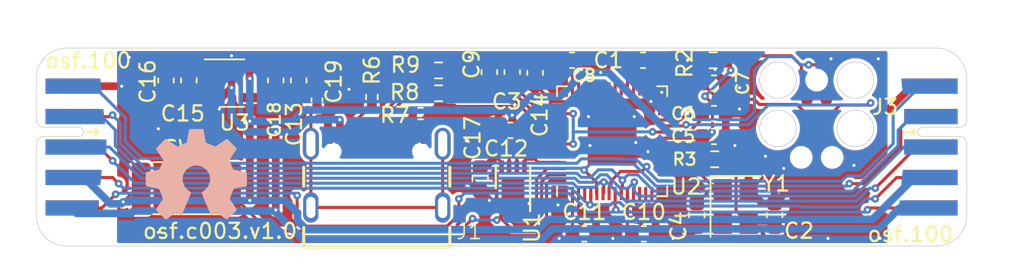
<source format=kicad_pcb>
(kicad_pcb (version 20221018) (generator pcbnew)
  (layers (0 "F.Cu" signal) (31 "B.Cu" signal) (34 "B.Paste" user) (35 "F.Paste" user) (36 "B.SilkS" user "B.Silkscreen") (37 "F.SilkS" user "F.Silkscreen") (38 "B.Mask" user) (39 "F.Mask" user) (44 "Edge.Cuts" user))
  (net 0 "")
  (net 1 "+3V3")
  (net 2 "GND")
  (net 3 "Net-(C2-Pad1)")
  (net 4 "Net-(U2-VREG_VOUT)")
  (net 5 "Net-(U2-XIN)")
  (net 6 "/rp2040/RUN")
  (net 7 "Net-(C19-Pad1)")
  (net 8 "Net-(J1-CC1)")
  (net 9 "/rp2040/DP")
  (net 10 "/rp2040/DM")
  (net 12 "Net-(J1-CC2)")
  (net 14 "/rp2040/QPI_SS")
  (net 15 "Net-(U2-XOUT)")
  (net 16 "Net-(U1-DO(IO1))")
  (net 17 "Net-(U1-IO2)")
  (net 18 "Net-(U1-DI(IO0))")
  (net 19 "/rp2040/QSPI_CLK")
  (net 20 "Net-(U1-IO3)")
  (net 21 "/rp2040/ADC3")
  (net 22 "/rp2040/ADC2")
  (net 23 "/rp2040/ADC1")
  (net 24 "/rp2040/ADC0")
  (net 25 "/rp2040/GPIO25")
  (net 26 "/rp2040/GPIO24")
  (net 27 "/rp2040/GPIO23")
  (net 28 "/rp2040/GPIO22")
  (net 29 "/rp2040/I2C0_SCL")
  (net 30 "/rp2040/I2C0_SDA")
  (net 31 "/rp2040/I2C1_SCL")
  (net 32 "/rp2040/I2C1_SDA")
  (net 33 "/rp2040/GPIO17")
  (net 34 "/rp2040/GPIO16")
  (net 35 "/rp2040/SWD")
  (net 36 "/rp2040/SWCLK")
  (net 37 "/rp2040/GPIO15")
  (net 38 "/rp2040/GPIO14")
  (net 39 "/rp2040/~{SPI1_CS}")
  (net 40 "/rp2040/SPI1_RX")
  (net 41 "/rp2040/SPI1_TX")
  (net 42 "/rp2040/SPI1_SCK")
  (net 43 "/rp2040/UART1_RX")
  (net 44 "/rp2040/UART1_TX")
  (net 45 "/rp2040/GPIO7")
  (net 46 "/rp2040/GPIO6")
  (net 47 "/rp2040/~{SPI0_CS}")
  (net 48 "/rp2040/SPI0_RX")
  (net 49 "/rp2040/SPI0_TX")
  (net 50 "/rp2040/SPI0_SCK")
  (net 51 "/rp2040/UART0_RX")
  (net 52 "/rp2040/UART0_TX")
  (net 54 "+5V")
  (net 55 "/usb-c/DP")
  (net 56 "/usb-c/DM")
  (footprint "Capacitor_SMD:C_0402_1005Metric" (layer "F.Cu") (at 158.4 93.4 90)
    (fp_text reference "C19")
    (fp_text value "100pF")
  )
  (footprint "Resistor_SMD:R_0603_1608Metric" (layer "F.Cu") (at 166.375 92.965)
    (fp_text reference "R8")
    (fp_text value "27R")
  )
  (footprint "Capacitor_SMD:C_0603_1608Metric" (layer "F.Cu") (at 148.5 92.125 -90)
    (fp_text reference "C16")
    (fp_text value "1uF")
  )
  (footprint "Capacitor_SMD:C_0603_1608Metric" (layer "F.Cu") (at 175.125 90.8 180)
    (fp_text reference "C8")
    (fp_text value "100nF")
  )
  (footprint "Resistor_SMD:R_0603_1608Metric" (layer "F.Cu") (at 184.475 97.3 180)
    (fp_text reference "R3")
    (fp_text value "1k")
  )
  (footprint "Capacitor_SMD:C_0603_1608Metric" (layer "F.Cu") (at 169.7 91.575 90)
    (fp_text reference "C9")
    (fp_text value "2.2uF")
  )
  (footprint "Resistor_SMD:R_0402_1005Metric" (layer "F.Cu") (at 162 93.21 90)
    (fp_text reference "R6")
    (fp_text value "5.1k")
  )
  (footprint "b051:GCT_USB4105-GF-A" (layer "F.Cu") (at 162.32 100.465)
    (fp_text reference "J1")
    (fp_text value "USB4105-GF-A")
  )
  (footprint "Capacitor_SMD:C_0603_1608Metric" (layer "F.Cu") (at 150 92.125 -90)
    (fp_text reference "C15")
    (fp_text value "100nF")
  )
  (footprint "Package_DFN_QFN:QFN-56-1EP_7x7mm_P0.4mm_EP3.2x3.2mm" (layer "F.Cu") (at 177.75 96.115 90)
    (fp_text reference "U2")
    (fp_text value "RP2040")
  )
  (footprint "Resistor_SMD:R_0402_1005Metric" (layer "F.Cu") (at 165.19 94.3)
    (fp_text reference "R7")
    (fp_text value "5.1k")
  )
  (footprint "Package_DFN_QFN:DFN-8-1EP_3x2mm_P0.5mm_EP1.3x1.5mm" (layer "F.Cu") (at 171.25 99.2 90)
    (fp_text reference "U1")
    (fp_text value "W25Q16JVUXIQ")
  )
  (footprint "Capacitor_SMD:C_0603_1608Metric" (layer "F.Cu") (at 169.1 98.6 -90)
    (fp_text reference "C17")
    (fp_text value "10uF")
  )
  (footprint "Resistor_SMD:R_2512_6332Metric" (layer "F.Cu") (at 149.8375 99.2)
    (fp_text reference "SW1")
    (fp_text value "PTS636 SK25J SMTR LFS")
  )
  (footprint "Capacitor_SMD:C_0603_1608Metric" (layer "F.Cu") (at 175.925 102.2)
    (fp_text reference "C11")
    (fp_text value "100nF")
  )
  (footprint "Capacitor_SMD:C_0603_1608Metric" (layer "F.Cu") (at 155.7 92.125 -90)
    (fp_text reference "C18")
    (fp_text value "1uF")
  )
  (footprint "Resistor_SMD:R_0603_1608Metric" (layer "F.Cu") (at 184.375 90.8 180)
    (fp_text reference "R2")
    (fp_text value "10k")
  )
  (footprint "Capacitor_SMD:C_0603_1608Metric" (layer "F.Cu") (at 184.425 94.3)
    (fp_text reference "C6")
    (fp_text value "100nF")
  )
  (footprint "Capacitor_SMD:C_0603_1608Metric" (layer "F.Cu") (at 179.825 102.2)
    (fp_text reference "C10")
    (fp_text value "100nF")
  )
  (footprint "Package_TO_SOT_SMD:SOT-23-5" (layer "F.Cu") (at 152.8375 92.3)
    (fp_text reference "U3")
    (fp_text value "TLV743P")
  )
  (footprint "Capacitor_SMD:C_0603_1608Metric" (layer "F.Cu") (at 171.2 91.575 90)
    (fp_text reference "C3")
    (fp_text value "100nF")
  )
  (footprint "on_edge:on_edge_2x05_device" (layer "F.Cu") (at 140 96.5 -90)
    (fp_text reference "J2")
    (fp_text value "100_digital_IO")
    (fp_line (start -4 0) (end -1.8 0) (stroke (width 0.05)) (layer "Edge.Cuts"))
    (fp_line (start -1.3 -2.8) (end -1.3 -0.5) (stroke (width 0.05)) (layer "Edge.Cuts"))
    (fp_line (start -0.7 -0.5) (end -0.7 -2.8) (stroke (width 0.05)) (layer "Edge.Cuts"))
    (fp_line (start -0.2 0) (end 4 0) (stroke (width 0.05)) (layer "Edge.Cuts"))
    (fp_arc (start -1.3 -2.8) (mid -1 -3.1) (end -0.7 -2.8) (stroke (width 0.05)) (layer "Edge.Cuts"))
    (fp_arc (start -1.3 -0.5) (mid -1.446447 -0.146447) (end -1.8 0) (stroke (width 0.05)) (layer "Edge.Cuts"))
    (fp_arc (start -0.2 0) (mid -0.553553 -0.146447) (end -0.7 -0.5) (stroke (width 0.05)) (layer "Edge.Cuts"))
  )
  (footprint "Capacitor_SMD:C_0603_1608Metric" (layer "F.Cu") (at 172.7 91.625 90)
    (fp_text reference "C14")
    (fp_text value "2.2uF")
  )
  (footprint "c003:SWD6pol" (layer "F.Cu") (at 190.525 93.37 -90)
    (fp_text reference "J3")
    (fp_text value "SWD_6_Pol_Needle")
  )
  (footprint "Crystal:Crystal_SMD_Abracon_ABM8G-4Pin_3.2x2.5mm" (layer "F.Cu") (at 185.85 100.4 -90)
    (fp_text reference "Y1")
    (fp_text value "12MhZ")
  )
  (footprint "Capacitor_SMD:C_0603_1608Metric" (layer "F.Cu") (at 184.425 92.3)
    (fp_text reference "C7")
    (fp_text value "1nF")
  )
  (footprint "Capacitor_SMD:C_0603_1608Metric" (layer "F.Cu") (at 183.3 100.975 -90)
    (fp_text reference "C4")
    (fp_text value "12pF")
  )
  (footprint "Capacitor_SMD:C_0603_1608Metric" (layer "F.Cu") (at 188.4 100.975 90)
    (fp_text reference "C2")
    (fp_text value "12pF")
  )
  (footprint "Capacitor_SMD:C_0603_1608Metric" (layer "F.Cu") (at 184.425 95.8)
    (fp_text reference "C5")
    (fp_text value "100nF")
  )
  (footprint "on_edge:on_edge_2x05_host" (layer "F.Cu") (at 200.999862 96.5 -90)
    (fp_text reference "J4")
    (fp_text value "100_digital_IO")
    (fp_line (start -4 0) (end -1.8 0) (stroke (width 0.05)) (layer "Edge.Cuts"))
    (fp_line (start -1.3 0.5) (end -1.3 2.9) (stroke (width 0.05)) (layer "Edge.Cuts"))
    (fp_line (start -0.7 2.9) (end -0.7 0.5) (stroke (width 0.05)) (layer "Edge.Cuts"))
    (fp_line (start -0.2 0) (end 4 0) (stroke (width 0.05)) (layer "Edge.Cuts"))
    (fp_arc (start -1.8 0) (mid -1.446447 0.146447) (end -1.3 0.5) (stroke (width 0.05)) (layer "Edge.Cuts"))
    (fp_arc (start -0.7 0.5) (mid -0.553553 0.146447) (end -0.2 0) (stroke (width 0.05)) (layer "Edge.Cuts"))
    (fp_arc (start -0.7 2.9) (mid -1 3.2) (end -1.3 2.9) (stroke (width 0.05)) (layer "Edge.Cuts"))
  )
  (footprint "Capacitor_SMD:C_0603_1608Metric" (layer "F.Cu") (at 179.775 90.8)
    (fp_text reference "C1")
    (fp_text value "100nF")
  )
  (footprint "Capacitor_SMD:C_0603_1608Metric" (layer "F.Cu") (at 157.2 92.125 -90)
    (fp_text reference "C13")
    (fp_text value "2.2uF")
  )
  (footprint "Resistor_SMD:R_0603_1608Metric" (layer "F.Cu") (at 166.375 91.465)
    (fp_text reference "R9")
    (fp_text value "27R")
  )
  (footprint "Capacitor_SMD:C_0603_1608Metric" (layer "F.Cu") (at 171.075 95.4 180)
    (fp_text reference "C12")
    (fp_text value "100nF")
  )
  (footprint "Symbol:OSHW-Symbol_6.7x6mm_SilkScreen" (layer "B.Cu") (at 150.5 98.3 180)
    (fp_text reference "LOGO1" hide)
    (fp_text value "Logo_Open_Hardware_Small" hide)
  )
  (gr_line (start 142 90) (end 198.999862 90) (stroke (width 0.05)) (layer "Edge.Cuts"))
  (gr_arc (start 200.999862 101) (mid 200.414076 102.414214) (end 198.999862 103) (stroke (width 0.05)) (layer "Edge.Cuts"))
  (gr_line (start 198.999862 103) (end 142 103) (stroke (width 0.05)) (layer "Edge.Cuts"))
  (gr_arc (start 198.999862 90) (mid 200.414076 90.585786) (end 200.999862 92) (stroke (width 0.05)) (layer "Edge.Cuts"))
  (gr_arc (start 142 103) (mid 140.585786 102.414214) (end 140 101) (stroke (width 0.05)) (layer "Edge.Cuts"))
  (gr_line (start 140 101) (end 140 100.5) (stroke (width 0.05)) (layer "Edge.Cuts"))
  (gr_line (start 200.999862 101) (end 200.999862 100.5) (stroke (width 0.05)) (layer "Edge.Cuts"))
  (gr_line (start 200.999862 92.5) (end 200.999862 92) (stroke (width 0.05)) (layer "Edge.Cuts"))
  (gr_arc (start 140 92) (mid 140.585786 90.585786) (end 142 90) (stroke (width 0.05)) (layer "Edge.Cuts"))
  (gr_line (start 140 92) (end 140 92.5) (stroke (width 0.05)) (layer "Edge.Cuts"))
  (gr_text "osf.c003.v1.0" (at 146.9 102.6) (layer "F.SilkS") (effects (font (size 1 1)) (justify left bottom)))
  (gr_text "osf.100" (at 140.5 91.4) (layer "F.SilkS") (effects (font (size 1 1)) (justify left bottom)))
  (gr_text "osf.100" (at 194.4 102.8) (layer "F.SilkS") (effects (font (size 1 1)) (justify left bottom)))
  (segment (start 175.15 91.55) (end 175.9 90.8) (width 0.2) (layer "F.Cu") (net 1))
  (segment (start 171.965 95.515) (end 171.85 95.4) (width 0.2) (layer "F.Cu") (net 1))
  (segment (start 175.9 90.8) (end 176.2 90.8) (width 0.5) (layer "F.Cu") (net 1))
  (segment (start 170.5 97.5) (end 170.125 97.125) (width 0.2) (layer "F.Cu") (net 1))
  (segment (start 185.523886 91.123886) (end 185.2 90.8) (width 0.2) (layer "F.Cu") (net 1))
  (segment (start 170.125 97.125) (end 169.425 97.825) (width 0.5) (layer "F.Cu") (net 1))
  (segment (start 178.75 101.9) (end 179.05 102.2) (width 0.2) (layer "F.Cu") (net 1))
  (segment (start 176.2 90.8) (end 177 91.6) (width 0.5) (layer "F.Cu") (net 1))
  (segment (start 171.85 95.4) (end 170.125 97.125) (width 0.5) (layer "F.Cu") (net 1))
  (segment (start 175.15 99.5525) (end 175.15 102.2) (width 0.2) (layer "F.Cu") (net 1))
  (segment (start 178.75 91.05) (end 179 90.8) (width 0.2) (layer "F.Cu") (net 1))
  (segment (start 184.3 95.508813) (end 184.327 95.481813) (width 0.2) (layer "F.Cu") (net 1))
  (segment (start 189.5 90.5) (end 190.1575 91.1575) (width 0.2) (layer "F.Cu") (net 1))
  (segment (start 184.327 93.650874) (end 183.838063 93.161937) (width 0.2) (layer "F.Cu") (net 1))
  (segment (start 184.008813 95.8) (end 184.3 95.508813) (width 0.5) (layer "F.Cu") (net 1))
  (segment (start 155.7 91.35) (end 157.2 91.35) (width 0.5) (layer "F.Cu") (net 1))
  (segment (start 174.3125 93.915) (end 173.715 93.915) (width 0.2) (layer "F.Cu") (net 1))
  (segment (start 190.1575 91.1575) (end 190.1575 92.7275) (width 0.2) (layer "F.Cu") (net 1))
  (segment (start 171.2 94.4) (end 171.2 94.75) (width 0.5) (layer "F.Cu") (net 1))
  (segment (start 183.65 95.8) (end 184.008813 95.8) (width 0.5) (layer "F.Cu") (net 1))
  (segment (start 178.75 92.6775) (end 178.75 91.05) (width 0.2) (layer "F.Cu") (net 1))
  (segment (start 174.3125 93.515) (end 173.815 93.515) (width 0.2) (layer "F.Cu") (net 1))
  (segment (start 172.7 93.176126) (end 172.711937 93.188063) (width 0.5) (layer "F.Cu") (net 1))
  (segment (start 153.975 91.35) (end 153.975 91.975) (width 0.5) (layer "F.Cu") (net 1))
  (segment (start 185.2 90.8) (end 185.5 90.5) (width 0.2) (layer "F.Cu") (net 1))
  (segment (start 174.3125 95.515) (end 171.965 95.515) (width 0.2) (layer "F.Cu") (net 1))
  (segment (start 173.815 93.515) (end 173.7 93.4) (width 0.2) (layer "F.Cu") (net 1))
  (segment (start 173.7 93.9) (end 173.7 93.4) (width 0.2) (layer "F.Cu") (net 1))
  (segment (start 172.7 92.4) (end 172.7 93.176126) (width 0.5) (layer "F.Cu") (net 1))
  (segment (start 183.535 95.915) (end 183.65 95.8) (width 0.2) (layer "F.Cu") (net 1))
  (segment (start 174.3125 95.915) (end 172.365 95.915) (width 0.2) (layer "F.Cu") (net 1))
  (segment (start 173.715 93.915) (end 173.7 93.9) (width 0.2) (layer "F.Cu") (net 1))
  (segment (start 177 91.6) (end 177.8 90.8) (width 0.5) (layer "F.Cu") (net 1))
  (segment (start 153.975 91.35) (end 155.7 91.35) (width 0.5) (layer "F.Cu") (net 1))
  (segment (start 171.2 94.75) (end 171.85 95.4) (width 0.5) (layer "F.Cu") (net 1))
  (segment (start 170.5 97.75) (end 170.5 97.5) (width 0.2) (layer "F.Cu") (net 1))
  (segment (start 185.523886 91.456684) (end 185.523886 91.123886) (width 0.2) (layer "F.Cu") (net 1))
  (segment (start 184.327 95.481813) (end 184.327 93.650874) (width 0.2) (layer "F.Cu") (net 1))
  (segment (start 154 100.0035) (end 154 94.8) (width 0.5) (layer "F.Cu") (net 1))
  (segment (start 181.1875 95.915) (end 183.535 95.915) (width 0.2) (layer "F.Cu") (net 1))
  (segment (start 185.5 90.5) (end 189.5 90.5) (width 0.2) (layer "F.Cu") (net 1))
  (segment (start 178.75 99.5525) (end 178.75 101.9) (width 0.2) (layer "F.Cu") (net 1))
  (segment (start 172.365 95.915) (end 171.85 95.4) (width 0.2) (layer "F.Cu") (net 1))
  (segment (start 175.15 92.6775) (end 175.15 91.55) (width 0.2) (layer "F.Cu") (net 1))
  (segment (start 177.8 90.8) (end 179 90.8) (width 0.5) (layer "F.Cu") (net 1))
  (segment (start 190.1575 92.7275) (end 190.525 93.095) (width 0.2) (layer "F.Cu") (net 1))
  (segment (start 146.6 99.2) (end 146.875 99.2) (width 0.2) (layer "F.Cu") (net 1))
  (segment (start 173.7 93.4) (end 172.7 92.4) (width 0.2) (layer "F.Cu") (net 1))
  (segment (start 145.7 100.1) (end 146.6 99.2) (width 0.2) (layer "F.Cu") (net 1))
  (segment (start 153.975 91.975) (end 154 92) (width 0.5) (layer "F.Cu") (net 1))
  (segment (start 169.425 97.825) (end 169.1 97.825) (width 0.5) (layer "F.Cu") (net 1))
  (via (at 154 92) (size 0.5) (drill 0.2) (layers "F.Cu" "B.Cu") (net 1))
  (via (at 145.7 100.1) (size 0.5) (drill 0.2) (layers "F.Cu" "B.Cu") (net 1))
  (via (at 172.711937 93.188063) (size 0.5) (drill 0.2) (layers "F.Cu" "B.Cu") (net 1))
  (via (at 178.7 101.2) (size 0.5) (drill 0.2) (layers "F.Cu" "B.Cu") (net 1))
  (via (at 175.1 101.2) (size 0.5) (drill 0.2) (layers "F.Cu" "B.Cu") (net 1))
  (via (at 154 94.8) (size 0.5) (drill 0.2) (layers "F.Cu" "B.Cu") (net 1))
  (via (at 171.2 94.4) (size 0.5) (drill 0.2) (layers "F.Cu" "B.Cu") (net 1))
  (via (at 154 100.0035) (size 0.5) (drill 0.2) (layers "F.Cu" "B.Cu") (net 1))
  (via (at 184.3 95.508813) (size 0.5) (drill 0.2) (layers "F.Cu" "B.Cu") (net 1))
  (via (at 185.523886 91.456684) (size 0.5) (drill 0.2) (layers "F.Cu" "B.Cu") (net 1))
  (via (at 183.838063 93.161937) (size 0.5) (drill 0.2) (layers "F.Cu" "B.Cu") (net 1))
  (via (at 177 91.6) (size 0.5) (drill 0.2) (layers "F.Cu" "B.Cu") (net 1))
  (segment (start 156.797667 94.8) (end 156.998834 94.598833) (width 0.5) (layer "B.Cu") (net 1))
  (segment (start 156.3035 100.0035) (end 157.123 100.823) (width 0.5) (layer "B.Cu") (net 1))
  (segment (start 144.86016 100.227) (end 143.13316 98.5) (width 0.5) (layer "B.Cu") (net 1))
  (segment (start 194.820704 101.246) (end 178.746 101.246) (width 0.5) (layer "B.Cu") (net 1))
  (segment (start 178.746 101.246) (end 178.7 101.2) (width 0.5) (layer "B.Cu") (net 1))
  (segment (start 178.7 101.2) (end 178.654 101.246) (width 0.5) (layer "B.Cu") (net 1))
  (segment (start 157.123 100.823) (end 157.123 101.328265) (width 0.5) (layer "B.Cu") (net 1))
  (segment (start 175.054 101.246) (end 175.1 101.2) (width 0.5) (layer "B.Cu") (net 1))
  (segment (start 146.127 100.059712) (end 146.127 100.0035) (width 0.5) (layer "B.Cu") (net 1))
  (segment (start 172.711937 93.188063) (end 172.411937 93.188063) (width 0.5) (layer "B.Cu") (net 1))
  (segment (start 178.654 101.246) (end 175.146 101.246) (width 0.5) (layer "B.Cu") (net 1))
  (segment (start 156.998834 94.598833) (end 157.524667 94.073) (width 0.5) (layer "B.Cu") (net 1))
  (segment (start 175.9 91.6) (end 174.311937 93.188063) (width 0.5) (layer "B.Cu") (net 1))
  (segment (start 146.086712 100.1) (end 146.127 100.059712) (width 0.5) (layer "B.Cu") (net 1))
  (segment (start 175.146 101.246) (end 175.1 101.2) (width 0.5) (layer "B.Cu") (net 1))
  (segment (start 157.717735 101.923) (end 172.903576 101.923) (width 0.5) (layer "B.Cu") (net 1))
  (segment (start 145.7 100.1) (end 145.573 100.227) (width 0.5) (layer "B.Cu") (net 1))
  (segment (start 154 100.0035) (end 156.3035 100.0035) (width 0.5) (layer "B.Cu") (net 1))
  (segment (start 145.7 100.1) (end 146.086712 100.1) (width 0.5) (layer "B.Cu") (net 1))
  (segment (start 145.573 100.227) (end 144.86016 100.227) (width 0.5) (layer "B.Cu") (net 1))
  (segment (start 184.1495 95.659313) (end 184.3 95.508813) (width 0.5) (layer "B.Cu") (net 1))
  (segment (start 154 94.8) (end 156.797667 94.8) (width 0.5) (layer "B.Cu") (net 1))
  (segment (start 183.838063 93.161937) (end 185.523886 91.476114) (width 0.2) (layer "B.Cu") (net 1))
  (segment (start 177.5 91.6) (end 181.559313 95.659313) (width 0.5) (layer "B.Cu") (net 1))
  (segment (start 172.411937 93.188063) (end 171.2 94.4) (width 0.5) (layer "B.Cu") (net 1))
  (segment (start 173.580576 101.246) (end 175.054 101.246) (width 0.5) (layer "B.Cu") (net 1))
  (segment (start 172.903576 101.923) (end 173.580576 101.246) (width 0.5) (layer "B.Cu") (net 1))
  (segment (start 177 91.6) (end 175.9 91.6) (width 0.5) (layer "B.Cu") (net 1))
  (segment (start 170.873 94.073) (end 171.2 94.4) (width 0.5) (layer "B.Cu") (net 1))
  (segment (start 154 92) (end 154 94.8) (width 0.5) (layer "B.Cu") (net 1))
  (segment (start 198.599862 98.5) (end 197.566704 98.5) (width 0.5) (layer "B.Cu") (net 1))
  (segment (start 157.524667 94.073) (end 170.873 94.073) (width 0.5) (layer "B.Cu") (net 1))
  (segment (start 181.559313 95.659313) (end 184.1495 95.659313) (width 0.5) (layer "B.Cu") (net 1))
  (segment (start 177 91.6) (end 177.5 91.6) (width 0.5) (layer "B.Cu") (net 1))
  (segment (start 146.127 100.0035) (end 154 100.0035) (width 0.5) (layer "B.Cu") (net 1))
  (segment (start 185.523886 91.476114) (end 185.523886 91.456684) (width 0.2) (layer "B.Cu") (net 1))
  (segment (start 143.13316 98.5) (end 142.4 98.5) (width 0.5) (layer "B.Cu") (net 1))
  (segment (start 157.123 101.328265) (end 157.717735 101.923) (width 0.5) (layer "B.Cu") (net 1))
  (segment (start 174.311937 93.188063) (end 172.711937 93.188063) (width 0.5) (layer "B.Cu") (net 1))
  (segment (start 197.566704 98.5) (end 194.820704 101.246) (width 0.5) (layer "B.Cu") (net 1))
  (segment (start 168.248 96.148) (end 168.2 96.1) (width 0.5) (layer "F.Cu") (net 2))
  (segment (start 193.6 97.7) (end 193.6 97.761485) (width 0.5) (layer "F.Cu") (net 2))
  (segment (start 163.6 91.1) (end 162 92.7) (width 0.5) (layer "F.Cu") (net 2))
  (segment (start 177.5 102.2) (end 177.8 102.5) (width 0.5) (layer "F.Cu") (net 2))
  (segment (start 181.7505 102.5) (end 181.4505 102.2) (width 0.5) (layer "F.Cu") (net 2))
  (segment (start 184.5 91.4) (end 184.5 91.6) (width 0.5) (layer "F.Cu") (net 2))
  (segment (start 155.7 92.932791) (end 155.7 92.9) (width 0.5) (layer "F.Cu") (net 2))
  (segment (start 159.2 92.9) (end 159.18 92.92) (width 0.5) (layer "F.Cu") (net 2))
  (segment (start 155.7 92.9) (end 157.2 92.9) (width 0.5) (layer "F.Cu") (net 2))
  (segment (start 166.327 93.828) (end 166.327 90.950999) (width 0.5) (layer "F.Cu") (net 2))
  (segment (start 169.4 100.3035) (end 169.7 100.0035) (width 0.5) (layer "F.Cu") (net 2))
  (segment (start 186.7 97.3) (end 185.8 96.4) (width 0.5) (layer "F.Cu") (net 2))
  (segment (start 180.55 90.8) (end 182.7 90.8) (width 0.5) (layer "F.Cu") (net 2))
  (segment (start 191.9 98.373) (end 191.8 98.273) (width 0.5) (layer "F.Cu") (net 2))
  (segment (start 164.1 90.6) (end 163.6 90.6) (width 0.5) (layer "F.Cu") (net 2))
  (segment (start 172 100.5) (end 172.3 100.2) (width 0.2) (layer "F.Cu") (net 2))
  (segment (start 160.5 92.7) (end 162 92.7) (width 0.5) (layer "F.Cu") (net 2))
  (segment (start 169.513 90.613) (end 169.7 90.8) (width 0.5) (layer "F.Cu") (net 2))
  (segment (start 150.6 92.3) (end 150 92.9) (width 0.5) (layer "F.Cu") (net 2))
  (segment (start 168.413 90.613) (end 169.513 90.613) (width 0.5) (layer "F.Cu") (net 2))
  (segment (start 174.281894 102.5) (end 170.5 102.5) (width 0.5) (layer "F.Cu") (net 2))
  (segment (start 168.248 95.749) (end 166.327 93.828) (width 0.5) (layer "F.Cu") (net 2))
  (segment (start 187.6 100.2) (end 186.7 99.3) (width 0.5) (layer "F.Cu") (net 2))
  (segment (start 169.7 99.975) (end 169.1 99.375) (width 0.5) (layer "F.Cu") (net 2))
  (segment (start 168.4 90.6) (end 168.413 90.613) (width 0.5) (layer "F.Cu") (net 2))
  (segment (start 172.7 90.85) (end 174.3 90.85) (width 0.5) (layer "F.Cu") (net 2))
  (segment (start 186.829565 99.3) (end 186.7 99.3) (width 0.2) (layer "F.Cu") (net 2))
  (segment (start 186.7 99.3) (end 186.7 97.3) (width 0.5) (layer "F.Cu") (net 2))
  (segment (start 168.597 95.4) (end 168.248 95.749) (width 0.5) (layer "F.Cu") (net 2))
  (segment (start 168.279 102.55) (end 154.65 102.55) (width 0.5) (layer "F.Cu") (net 2))
  (segment (start 193.6 97.761485) (end 193.088485 98.273) (width 0.5) (layer "F.Cu") (net 2))
  (segment (start 150 92.9) (end 148.5 92.9) (width 0.5) (layer "F.Cu") (net 2))
  (segment (start 159.12 95.71) (end 159.12 92.98) (width 0.5) (layer "F.Cu") (net 2))
  (segment (start 172 100.65) (end 172 100.5) (width 0.2) (layer "F.Cu") (net 2))
  (segment (start 164.087 90.613) (end 164.1 90.6) (width 0.5) (layer "F.Cu") (net 2))
  (segment (start 185.5 92.6) (end 185.2 92.3) (width 0.5) (layer "F.Cu") (net 2))
  (segment (start 169.4 101.4) (end 169.4 100.3035) (width 0.5) (layer "F.Cu") (net 2))
  (segment (start 180.1 96.8) (end 179.785 97.115) (width 0.2) (layer "F.Cu") (net 2))
  (segment (start 190.327 98.273) (end 188.4 100.2) (width 0.5) (layer "F.Cu") (net 2))
  (segment (start 142.35 92.5) (end 145.6 92.5) (width 0.5) (layer "F.Cu") (net 2))
  (segment (start 186.1 92.6) (end 185.5 92.6) (width 0.5) (layer "F.Cu") (net 2))
  (segment (start 166.327 90.950999) (end 165.989001 90.613) (width 0.5) (layer "F.Cu") (net 2))
  (segment (start 198.649862 92.5) (end 197.399862 92.5) (width 0.5) (layer "F.Cu") (net 2))
  (segment (start 172.65 90.8) (end 172.7 90.85) (width 0.5) (layer "F.Cu") (net 2))
  (segment (start 152.073 93.927) (end 154.705791 93.927) (width 0.5) (layer "F.Cu") (net 2))
  (segment (start 148 95.3) (end 148 93.4) (width 0.5) (layer "F.Cu") (net 2))
  (segment (start 154.65 102.55) (end 154.2 102.1) (width 0.5) (layer "F.Cu") (net 2))
  (segment (start 150.969209 93.927) (end 151.927 93.927) (width 0.5) (layer "F.Cu") (net 2))
  (segment (start 191.9 102.4995) (end 191.9 98.373) (width 0.5) (layer "F.Cu") (net 2))
  (segment (start 185.8 94.3) (end 186.1 94) (width 0.5) (layer "F.Cu") (net 2))
  (segment (start 166.664999 90.613) (end 168.387 90.613) (width 0.5) (layer "F.Cu") (net 2))
  (segment (start 180.415 97.115) (end 181.1875 97.115) (width 0.2) (layer "F.Cu") (net 2))
  (segment (start 168.248 96.052) (end 168.248 95.749) (width 0.5) (layer "F.Cu") (net 2))
  (segment (start 176.7 102.2) (end 177.5 102.2) (width 0.5) (layer "F.Cu") (net 2))
  (segment (start 190.219565 95.91) (end 186.829565 99.3) (width 0.2) (layer "F.Cu") (net 2))
  (segment (start 181.7505 102.5) (end 182.55 102.5) (width 0.5) (layer "F.Cu") (net 2))
  (segment (start 193.661485 97.7) (end 193.6 97.7) (width 0.5) (layer "F.Cu") (net 2))
  (segment (start 188.4 100.2) (end 187.6 100.2) (width 0.5) (layer "F.Cu") (net 2))
  (segment (start 169.1 99.375) (end 168.248 98.523) (width 0.5) (layer "F.Cu") (net 2))
  (segment (start 157.2 92.9) (end 159.2 92.9) (width 0.5) (layer "F.Cu") (net 2))
  (segment (start 195.4 94.499862) (end 195.4 95.961485) (width 0.5) (layer "F.Cu") (net 2))
  (segment (start 148.1 92.5) (end 148.5 92.9) (width 0.5) (layer "F.Cu") (net 2))
  (segment (start 170.3 95.4) (end 168.597 95.4) (width 0.5) (layer "F.Cu") (net 2))
  (segment (start 185.2 94.3) (end 185.2 95.8) (width 0.5) (layer "F.Cu") (net 2))
  (segment (start 154.705791 93.927) (end 155.7 92.932791) (width 0.5) (layer "F.Cu") (net 2))
  (segment (start 169.7 100.0035) (end 169.7 99.975) (width 0.5) (layer "F.Cu") (net 2))
  (segment (start 184.5 91.6) (end 185.2 92.3) (width 0.5) (layer "F.Cu") (net 2))
  (segment (start 171.2 90.8) (end 172.65 90.8) (width 0.5) (layer "F.Cu") (net 2))
  (segment (start 158.62 92.7) (end 160.5 92.7) (width 0.5) (layer "F.Cu") (net 2))
  (segment (start 182.55 102.5) (end 183.3 101.75) (width 0.5) (layer "F.Cu") (net 2))
  (segment (start 165.52 95.71) (end 165.52 94.635) (width 0.5) (layer "F.Cu") (net 2))
  (segment (start 148 93.4) (end 148.5 92.9) (width 0.5) (layer "F.Cu") (net 2))
  (segment (start 169.7 90.8) (end 171.2 90.8) (width 0.5) (layer "F.Cu") (net 2))
  (segment (start 145.6 92.5) (end 148.1 92.5) (width 0.5) (layer "F.Cu") (net 2))
  (segment (start 168.2 96.1) (end 168.248 96.052) (width 0.5) (layer "F.Cu") (net 2))
  (segment (start 163.6 90.6) (end 163.6 91.1) (width 0.5) (layer "F.Cu") (net 2))
  (segment (start 181.4505 102.2) (end 180.6 102.2) (width 0.5) (layer "F.Cu") (net 2))
  (segment (start 159.12 92.98) (end 159.2 92.9) (width 0.5) (layer "F.Cu") (net 2))
  (segment (start 169.4145 101.4145) (end 169.4 101.4) (width 0.5) (layer "F.Cu") (net 2))
  (segment (start 195.4 95.961485) (end 193.661485 97.7) (width 0.5) (layer "F.Cu") (net 2))
  (segment (start 150 92.957791) (end 150.969209 93.927) (width 0.5) (layer "F.Cu") (net 2))
  (segment (start 191.8 98.273) (end 190.327 98.273) (width 0.5) (layer "F.Cu") (net 2))
  (segment (start 150 92.9) (end 150 92.957791) (width 0.5) (layer "F.Cu") (net 2))
  (segment (start 180.1 96.8) (end 180.415 97.115) (width 0.2) (layer "F.Cu") (net 2))
  (segment (start 151.927 93.927) (end 152 94) (width 0.5) (layer "F.Cu") (net 2))
  (segment (start 158.4 92.92) (end 158.62 92.7) (width 0.5) (layer "F.Cu") (net 2))
  (segment (start 159.18 92.92) (end 158.4 92.92) (width 0.5) (layer "F.Cu") (net 2))
  (segment (start 165.989001 90.613) (end 164.087 90.613) (width 0.5) (layer "F.Cu") (net 2))
  (segment (start 168.248 98.523) (end 168.248 96.148) (width 0.5) (layer "F.Cu") (net 2))
  (segment (start 151.7 92.3) (end 150.6 92.3) (width 0.5) (layer "F.Cu") (net 2))
  (segment (start 185.2 94.3) (end 185.8 94.3) (width 0.5) (layer "F.Cu") (net 2))
  (segment (start 152 94) (end 152.073 93.927) (width 0.5) (layer "F.Cu") (net 2))
  (segment (start 170.5 102.5) (end 169.4145 101.4145) (width 0.5) (layer "F.Cu") (net 2))
  (segment (start 185 101.5) (end 183.55 101.5) (width 0.5) (layer "F.Cu") (net 2))
  (segment (start 183.55 101.5) (end 183.3 101.75) (width 0.5) (layer "F.Cu") (net 2))
  (segment (start 148 102.1) (end 148 95.3) (width 0.5) (layer "F.Cu") (net 2))
  (segment (start 166.327 90.950999) (end 166.664999 90.613) (width 0.5) (layer "F.Cu") (net 2))
  (segment (start 168.387 90.613) (end 168.4 90.6) (width 0.5) (layer "F.Cu") (net 2))
  (segment (start 193.088485 98.273) (end 191.8 98.273) (width 0.5) (layer "F.Cu") (net 2))
  (segment (start 185.8 96.4) (end 185.2 95.8) (width 0.5) (layer "F.Cu") (net 2))
  (segment (start 190.525 95.91) (end 190.219565 95.91) (width 0.2) (layer "F.Cu") (net 2))
  (segment (start 169.4145 101.4145) (end 168.279 102.55) (width 0.5) (layer "F.Cu") (net 2))
  (segment (start 179.785 97.115) (end 178.75 97.115) (width 0.2) (layer "F.Cu") (net 2))
  (segment (start 197.399862 92.5) (end 195.4 94.499862) (width 0.5) (layer "F.Cu") (net 2))
  (segment (start 174.3 90.85) (end 174.35 90.8) (width 0.5) (layer "F.Cu") (net 2))
  (segment (start 178.75 97.115) (end 177.75 96.115) (width 0.2) (layer "F.Cu") (net 2))
  (segment (start 165.52 94.635) (end 166.327 93.828) (width 0.5) (layer "F.Cu") (net 2))
  (via (at 168.2 96.1) (size 0.5) (drill 0.2) (layers "F.Cu" "B.Cu") (net 2))
  (via (at 148 95.3) (size 0.5) (drill 0.2) (layers "F.Cu" "B.Cu") (net 2))
  (via (at 181 92.9) (size 0.5) (drill 0.2) (layers "F.Cu" "B.Cu") (net 2))
  (via (at 191.9 102.4995) (size 0.5) (drill 0.2) (layers "F.Cu" "B.Cu") (net 2))
  (via (at 169.7 100.0035) (size 0.5) (drill 0.2) (layers "F.Cu" "B.Cu") (net 2))
  (via (at 192.1 90.7) (size 0.5) (drill 0.2) (layers "F.Cu" "B.Cu") (net 2))
  (via (at 172.3 100.2) (size 0.5) (drill 0.2) (layers "F.Cu" "B.Cu") (net 2))
  (via (at 168.4 90.6) (size 0.5) (drill 0.2) (layers "F.Cu" "B.Cu") (net 2))
  (via (at 160.5 92.7) (size 0.5) (drill 0.2) (layers "F.Cu" "B.Cu") (net 2))
  (via (at 193.6 97.7) (size 0.5) (drill 0.2) (layers "F.Cu" "B.Cu") (net 2))
  (via (at 187.8 97.1) (size 0.5) (drill 0.2) (layers "F.Cu" "B.Cu") (net 2))
  (via (at 174.2 100.3) (size 0.5) (drill 0.2) (layers "F.Cu" "B.Cu") (net 2))
  (via (at 186.1 94) (size 0.5) (drill 0.2) (layers "F.Cu" "B.Cu") (net 2))
  (via (at 177.8 102.5) (size 0.5) (drill 0.2) (layers "F.Cu" "B.Cu") (net 2))
  (via (at 179.2 94.5) (size 0.5) (drill 0.2) (layers "F.Cu" "B.Cu") (net 2))
  (via (at 180.3 93.5) (size 0.5) (drill 0.2) (layers "F.Cu" "B.Cu") (net 2))
  (via (at 181.7505 102.5) (size 0.5) (drill 0.2) (layers "F.Cu" "B.Cu") (net 2))
  (via (at 146.1 90.6) (size 0.5) (drill 0.2) (layers "F.Cu" "B.Cu") (net 2))
  (via (at 152.8 90.5) (size 0.5) (drill 0.2) (layers "F.Cu" "B.Cu") (net 2))
  (via (at 185.8 96.4) (size 0.5) (drill 0.2) (layers "F.Cu" "B.Cu") (net 2))
  (via (at 174.281894 102.5) (size 0.5) (drill 0.2) (layers "F.Cu" "B.Cu") (net 2))
  (via (at 154.2 102.1) (size 0.5) (drill 0.2) (layers "F.Cu" "B.Cu") (net 2))
  (via (at 176.3 96.4) (size 0.5) (drill 0.2) (layers "F.Cu" "B.Cu") (net 2))
  (via (at 163.6 90.6) (size 0.5) (drill 0.2) (layers "F.Cu" "B.Cu") (net 2))
  (via (at 186.1 92.6) (size 0.5) (drill 0.2) (layers "F.Cu" "B.Cu") (net 2))
  (via (at 195.312962 102.493576) (size 0.5) (drill 0.2) (layers "F.Cu" "B.Cu") (net 2))
  (via (at 152 94) (size 0.5) (drill 0.2) (layers "F.Cu" "B.Cu") (net 2))
  (via (at 182.7 90.8) (size 0.5) (drill 0.2) (layers "F.Cu" "B.Cu") (net 2))
  (via (at 176.2 94.5) (size 0.5) (drill 0.2) (layers "F.Cu" "B.Cu") (net 2))
  (via (at 195.2 90.7) (size 0.5) (drill 0.2) (layers "F.Cu" "B.Cu") (net 2))
  (via (at 180.1 96.8) (size 0.5) (drill 0.2) (layers "F.Cu" "B.Cu") (net 2))
  (via (at 179.3 96.2) (size 0.5) (drill 0.2) (layers "F.Cu" "B.Cu") (net 2))
  (via (at 184.5 91.4) (size 0.5) (drill 0.2) (layers "F.Cu" "B.Cu") (net 2))
  (via (at 148 102.1) (size 0.5) (drill 0.2) (layers "F.Cu" "B.Cu") (net 2))
  (via (at 189 97.9) (size 0.5) (drill 0.2) (layers "F.Cu" "B.Cu") (net 2))
  (via (at 145.6 92.5) (size 0.5) (drill 0.2) (layers "F.Cu" "B.Cu") (net 2))
  (segment (start 182.7 90.8) (end 183.9 90.8) (width 0.5) (layer "B.Cu") (net 2))
  (segment (start 154.2 102.1) (end 148 102.1) (width 0.5) (layer "B.Cu") (net 2))
  (segment (start 181.7505 102.5) (end 191.8995 102.5) (width 0.5) (layer "B.Cu") (net 2))
  (segment (start 174.281894 102.5) (end 174.331894 102.55) (width 0.5) (layer "B.Cu") (net 2))
  (segment (start 177.75 102.55) (end 177.8 102.5) (width 0.5) (layer "B.Cu") (net 2))
  (segment (start 180.4 97.1) (end 185.1 97.1) (width 0.5) (layer "B.Cu") (net 2))
  (segment (start 177.85 102.55) (end 177.8 102.5) (width 0.5) (layer "B.Cu") (net 2))
  (segment (start 181.7005 102.55) (end 177.85 102.55) (width 0.5) (layer "B.Cu") (net 2))
  (segment (start 186.1 94) (end 186.1 92.6) (width 0.5) (layer "B.Cu") (net 2))
  (segment (start 191.8995 102.5) (end 191.9 102.4995) (width 0.5) (layer "B.Cu") (net 2))
  (segment (start 169.8965 100.2) (end 169.7 100.0035) (width 0.5) (layer "B.Cu") (net 2))
  (segment (start 185.1 97.1) (end 185.8 96.4) (width 0.5) (layer "B.Cu") (net 2))
  (segment (start 172.3 100.2) (end 169.8965 100.2) (width 0.5) (layer "B.Cu") (net 2))
  (segment (start 183.9 90.8) (end 184.5 91.4) (width 0.5) (layer "B.Cu") (net 2))
  (segment (start 180.1 96.8) (end 180.4 97.1) (width 0.5) (layer "B.Cu") (net 2))
  (segment (start 181.7505 102.5) (end 181.7005 102.55) (width 0.5) (layer "B.Cu") (net 2))
  (segment (start 174.331894 102.55) (end 177.75 102.55) (width 0.5) (layer "B.Cu") (net 2))
  (segment (start 188.15 101.5) (end 188.4 101.75) (width 0.2) (layer "F.Cu") (net 3))
  (segment (start 185.873 97.873) (end 185.873 100.673) (width 0.2) (layer "F.Cu") (net 3))
  (segment (start 186.7 101.5) (end 188.15 101.5) (width 0.2) (layer "F.Cu") (net 3))
  (segment (start 185.873 100.673) (end 186.7 101.5) (width 0.2) (layer "F.Cu") (net 3))
  (segment (start 185.3 97.3) (end 185.873 97.873) (width 0.2) (layer "F.Cu") (net 3))
  (segment (start 174.3275 96.3) (end 174.3125 96.315) (width 0.2) (layer "F.Cu") (net 4))
  (segment (start 182.785 95.515) (end 183.65 94.65) (width 0.2) (layer "F.Cu") (net 4))
  (segment (start 173.165 94.315) (end 171.2 92.35) (width 0.2) (layer "F.Cu") (net 4))
  (segment (start 174.3125 94.315) (end 173.165 94.315) (width 0.2) (layer "F.Cu") (net 4))
  (segment (start 181.1875 95.515) (end 180.415 95.515) (width 0.2) (layer "F.Cu") (net 4))
  (segment (start 175.185 94.315) (end 175.2 94.3) (width 0.2) (layer "F.Cu") (net 4))
  (segment (start 183.65 94.65) (end 183.65 94.3) (width 0.2) (layer "F.Cu") (net 4))
  (segment (start 181.1875 95.515) (end 182.785 95.515) (width 0.2) (layer "F.Cu") (net 4))
  (segment (start 171.2 92.35) (end 169.7 92.35) (width 0.2) (layer "F.Cu") (net 4))
  (segment (start 180.415 95.515) (end 180.4 95.5) (width 0.2) (layer "F.Cu") (net 4))
  (segment (start 175.2 96.3) (end 174.3275 96.3) (width 0.2) (layer "F.Cu") (net 4))
  (segment (start 174.3125 94.315) (end 175.185 94.315) (width 0.2) (layer "F.Cu") (net 4))
  (via (at 175.2 96.3) (size 0.5) (drill 0.2) (layers "F.Cu" "B.Cu") (net 4))
  (via (at 180.4 95.5) (size 0.5) (drill 0.2) (layers "F.Cu" "B.Cu") (net 4))
  (via (at 175.2 94.3) (size 0.5) (drill 0.2) (layers "F.Cu" "B.Cu") (net 4))
  (segment (start 180.4 95.5) (end 175.2 95.5) (width 0.2) (layer "B.Cu") (net 4))
  (segment (start 175.2 94.3) (end 175.2 96.3) (width 0.2) (layer "B.Cu") (net 4))
  (segment (start 175.2 95.5) (end 175.2 96.3) (width 0.2) (layer "B.Cu") (net 4))
  (segment (start 184.2 99.3) (end 185 99.3) (width 0.2) (layer "F.Cu") (net 5))
  (segment (start 183.3 100.2) (end 184.2 99.3) (width 0.2) (layer "F.Cu") (net 5))
  (segment (start 184.571131 99.3) (end 185 99.3) (width 0.2) (layer "F.Cu") (net 5))
  (segment (start 181.986131 96.715) (end 184.571131 99.3) (width 0.2) (layer "F.Cu") (net 5))
  (segment (start 181.1875 96.715) (end 181.986131 96.715) (width 0.2) (layer "F.Cu") (net 5))
  (segment (start 181.1875 94.315) (end 181.616736 94.315) (width 0.2) (layer "F.Cu") (net 6))
  (segment (start 190.525 94.365) (end 189.86 93.7) (width 0.2) (layer "F.Cu") (net 6))
  (segment (start 181.616736 94.315) (end 183.631736 92.3) (width 0.2) (layer "F.Cu") (net 6))
  (segment (start 187.4 93.7) (end 187.0625 93.3625) (width 0.2) (layer "F.Cu") (net 6))
  (segment (start 183.55 92.2) (end 183.65 92.3) (width 0.2) (layer "F.Cu") (net 6))
  (segment (start 183.55 90.8) (end 183.55 92.2) (width 0.2) (layer "F.Cu") (net 6))
  (segment (start 183.631736 92.3) (end 183.65 92.3) (width 0.2) (layer "F.Cu") (net 6))
  (segment (start 184.7125 93.3625) (end 183.65 92.3) (width 0.2) (layer "F.Cu") (net 6))
  (segment (start 187.0625 93.3625) (end 184.7125 93.3625) (width 0.2) (layer "F.Cu") (net 6))
  (segment (start 189.86 93.7) (end 187.4 93.7) (width 0.2) (layer "F.Cu") (net 6))
  (segment (start 158 94.28) (end 158.4 93.88) (width 0.2) (layer "F.Cu") (net 7))
  (segment (start 158 100.465) (end 166.64 100.465) (width 0.2) (layer "F.Cu") (net 7))
  (segment (start 158 96.285) (end 158 94.28) (width 0.2) (layer "F.Cu") (net 7))
  (segment (start 166.64 100.465) (end 166.64 96.285) (width 0.2) (layer "F.Cu") (net 7))
  (segment (start 158 100.465) (end 158 96.285) (width 0.2) (layer "F.Cu") (net 7))
  (segment (start 161.07 95.71) (end 161.07 94.65) (width 0.2) (layer "F.Cu") (net 8))
  (segment (start 161.07 94.65) (end 162 93.72) (width 0.2) (layer "F.Cu") (net 8))
  (segment (start 174.3125 95.115) (end 173.040104 95.115) (width 0.2) (layer "F.Cu") (net 9))
  (segment (start 171.352104 93.427) (end 167.662 93.427) (width 0.2) (layer "F.Cu") (net 9))
  (segment (start 167.662 93.427) (end 167.2 92.965) (width 0.2) (layer "F.Cu") (net 9))
  (segment (start 173.040104 95.115) (end 171.352104 93.427) (width 0.2) (layer "F.Cu") (net 9))
  (segment (start 169.335775 93.1) (end 167.700775 91.465) (width 0.2) (layer "F.Cu") (net 10))
  (segment (start 167.700775 91.465) (end 167.2 91.465) (width 0.2) (layer "F.Cu") (net 10))
  (segment (start 171.487552 93.1) (end 169.335775 93.1) (width 0.2) (layer "F.Cu") (net 10))
  (segment (start 173.102552 94.715) (end 171.487552 93.1) (width 0.2) (layer "F.Cu") (net 10))
  (segment (start 174.3125 94.715) (end 173.102552 94.715) (width 0.2) (layer "F.Cu") (net 10))
  (segment (start 164.07 94.91) (end 164.68 94.3) (width 0.2) (layer "F.Cu") (net 12))
  (segment (start 164.07 95.71) (end 164.07 94.91) (width 0.2) (layer "F.Cu") (net 12))
  (segment (start 173.454 101.099896) (end 172.647896 101.906) (width 0.2) (layer "F.Cu") (net 14))
  (segment (start 152.8 99.6) (end 152.8 99.2) (width 0.2) (layer "F.Cu") (net 14))
  (segment (start 173.685 98.715) (end 173.454 98.946) (width 0.2) (layer "F.Cu") (net 14))
  (segment (start 170.5 101.225) (end 170.5 100.65) (width 0.2) (layer "F.Cu") (net 14))
  (segment (start 171.181 101.906) (end 170.5 101.225) (width 0.2) (layer "F.Cu") (net 14))
  (segment (start 173.454 98.946) (end 173.454 101.099896) (width 0.2) (layer "F.Cu") (net 14))
  (segment (start 170.5 100.65) (end 170.5 100.989503) (width 0.2) (layer "F.Cu") (net 14))
  (segment (start 174.3125 98.715) (end 173.685 98.715) (width 0.2) (layer "F.Cu") (net 14))
  (segment (start 167.781 102.019) (end 155.219 102.019) (width 0.2) (layer "F.Cu") (net 14))
  (segment (start 172.647896 101.906) (end 171.181 101.906) (width 0.2) (layer "F.Cu") (net 14))
  (segment (start 155.219 102.019) (end 152.8 99.6) (width 0.2) (layer "F.Cu") (net 14))
  (segment (start 170.5 100.989503) (end 170.193003 101.2965) (width 0.2) (layer "F.Cu") (net 14))
  (segment (start 168.6 101.2) (end 167.781 102.019) (width 0.2) (layer "F.Cu") (net 14))
  (via (at 168.6 101.2) (size 0.5) (drill 0.2) (layers "F.Cu" "B.Cu") (net 14))
  (via (at 170.193003 101.2965) (size 0.5) (drill 0.2) (layers "F.Cu" "B.Cu") (net 14))
  (segment (start 168.6965 101.2965) (end 168.6 101.2) (width 0.2) (layer "B.Cu") (net 14))
  (segment (start 170.193003 101.2965) (end 168.6965 101.2965) (width 0.2) (layer "B.Cu") (net 14))
  (segment (start 181.1875 96.315) (end 182.665 96.315) (width 0.2) (layer "F.Cu") (net 15))
  (segment (start 182.665 96.315) (end 183.65 97.3) (width 0.2) (layer "F.Cu") (net 15))
  (segment (start 171.354 101.579) (end 171 101.225) (width 0.2) (layer "F.Cu") (net 16))
  (segment (start 173.127 100.964448) (end 172.512448 101.579) (width 0.2) (layer "F.Cu") (net 16))
  (segment (start 174.3125 98.315) (end 173.585 98.315) (width 0.2) (layer "F.Cu") (net 16))
  (segment (start 173.127 98.773) (end 173.127 100.964448) (width 0.2) (layer "F.Cu") (net 16))
  (segment (start 172.512448 101.579) (end 171.354 101.579) (width 0.2) (layer "F.Cu") (net 16))
  (segment (start 173.585 98.315) (end 173.127 98.773) (width 0.2) (layer "F.Cu") (net 16))
  (segment (start 171 101.225) (end 171 100.65) (width 0.2) (layer "F.Cu") (net 16))
  (segment (start 172.377 101.252) (end 171.527 101.252) (width 0.2) (layer "F.Cu") (net 17))
  (segment (start 171.5 101.225) (end 171.5 100.65) (width 0.2) (layer "F.Cu") (net 17))
  (segment (start 172.8 98.6) (end 172.8 100.829) (width 0.2) (layer "F.Cu") (net 17))
  (segment (start 174.3125 97.915) (end 173.485 97.915) (width 0.2) (layer "F.Cu") (net 17))
  (segment (start 171.527 101.252) (end 171.5 101.225) (width 0.2) (layer "F.Cu") (net 17))
  (segment (start 172.8 100.829) (end 172.377 101.252) (width 0.2) (layer "F.Cu") (net 17))
  (segment (start 173.485 97.915) (end 172.8 98.6) (width 0.2) (layer "F.Cu") (net 17))
  (segment (start 172.9 97.5) (end 174.2975 97.5) (width 0.2) (layer "F.Cu") (net 18))
  (segment (start 172.7 97.3) (end 172.9 97.5) (width 0.2) (layer "F.Cu") (net 18))
  (segment (start 174.2975 97.5) (end 174.3125 97.515) (width 0.2) (layer "F.Cu") (net 18))
  (segment (start 172 97.75) (end 172 97.4) (width 0.2) (layer "F.Cu") (net 18))
  (segment (start 172 97.4) (end 172.1 97.3) (width 0.2) (layer "F.Cu") (net 18))
  (segment (start 172.1 97.3) (end 172.7 97.3) (width 0.2) (layer "F.Cu") (net 18))
  (segment (start 172.977448 97.115) (end 172.835448 96.973) (width 0.2) (layer "F.Cu") (net 19))
  (segment (start 171.5 97.175) (end 171.5 97.75) (width 0.2) (layer "F.Cu") (net 19))
  (segment (start 172.835448 96.973) (end 171.702 96.973) (width 0.2) (layer "F.Cu") (net 19))
  (segment (start 171.702 96.973) (end 171.5 97.175) (width 0.2) (layer "F.Cu") (net 19))
  (segment (start 174.3125 97.115) (end 172.977448 97.115) (width 0.2) (layer "F.Cu") (net 19))
  (segment (start 171 97.175) (end 171 97.75) (width 0.2) (layer "F.Cu") (net 20))
  (segment (start 174.3125 96.715) (end 174.2435 96.646) (width 0.2) (layer "F.Cu") (net 20))
  (segment (start 171.529 96.646) (end 171 97.175) (width 0.2) (layer "F.Cu") (net 20))
  (segment (start 174.2435 96.646) (end 171.529 96.646) (width 0.2) (layer "F.Cu") (net 20))
  (segment (start 192.0053 91.749865) (end 192.0053 93.1597) (width 0.2) (layer "F.Cu") (net 35))
  (segment (start 182.236546 94.715) (end 182.651546 94.3) (width 0.2) (layer "F.Cu") (net 35))
  (segment (start 191.351533 91.096098) (end 192.0053 91.749865) (width 0.2) (layer "F.Cu") (net 35))
  (segment (start 190.630028 91.096098) (end 191.351533 91.096098) (width 0.2) (layer "F.Cu") (net 35))
  (segment (start 181.1875 94.715) (end 182.236546 94.715) (width 0.2) (layer "F.Cu") (net 35))
  (segment (start 182.651546 94.3) (end 182.7 94.3) (width 0.2) (layer "F.Cu") (net 35))
  (segment (start 192.0053 93.1597) (end 191.795 93.37) (width 0.2) (layer "F.Cu") (net 35))
  (via (at 190.630028 91.096098) (size 0.5) (drill 0.2) (layers "F.Cu" "B.Cu") (net 35))
  (via (at 182.7 94.3) (size 0.5) (drill 0.2) (layers "F.Cu" "B.Cu") (net 35))
  (segment (start 186.552886 94.705313) (end 183.105313 94.705313) (width 0.2) (layer "B.Cu") (net 35))
  (segment (start 187.0825 91.463147) (end 187.0825 94.175699) (width 0.2) (layer "B.Cu") (net 35))
  (segment (start 190.096098 91.096098) (end 189.5625 90.5625) (width 0.2) (layer "B.Cu") (net 35))
  (segment (start 189.5625 90.5625) (end 187.983147 90.5625) (width 0.2) (layer "B.Cu") (net 35))
  (segment (start 187.0825 94.175699) (end 186.552886 94.705313) (width 0.2) (layer "B.Cu") (net 35))
  (segment (start 183.105313 94.705313) (end 182.7 94.3) (width 0.2) (layer "B.Cu") (net 35))
  (segment (start 190.630028 91.096098) (end 190.096098 91.096098) (width 0.2) (layer "B.Cu") (net 35))
  (segment (start 187.983147 90.5625) (end 187.0825 91.463147) (width 0.2) (layer "B.Cu") (net 35))
  (segment (start 192.6975 93.7375) (end 194.5625 93.7375) (width 0.2) (layer "F.Cu") (net 36))
  (segment (start 194.5625 93.7375) (end 194.7 93.6) (width 0.2) (layer "F.Cu") (net 36))
  (segment (start 182.511126 95.115) (end 182.593813 95.032313) (width 0.2) (layer "F.Cu") (net 36))
  (segment (start 181.1875 95.115) (end 182.511126 95.115) (width 0.2) (layer "F.Cu") (net 36))
  (segment (start 191.795 94.64) (end 192.6975 93.7375) (width 0.2) (layer "F.Cu") (net 36))
  (via (at 194.7 93.6) (size 0.5) (drill 0.2) (layers "F.Cu" "B.Cu") (net 36))
  (via (at 182.593813 95.032313) (size 0.5) (drill 0.2) (layers "F.Cu" "B.Cu") (net 36))
  (segment (start 186.688334 95.032313) (end 182.593813 95.032313) (width 0.2) (layer "B.Cu") (net 36))
  (segment (start 194.5625 93.7375) (end 187.983147 93.7375) (width 0.2) (layer "B.Cu") (net 36))
  (segment (start 187.983147 93.7375) (end 186.688334 95.032313) (width 0.2) (layer "B.Cu") (net 36))
  (segment (start 194.7 93.6) (end 194.5625 93.7375) (width 0.2) (layer "B.Cu") (net 36))
  (segment (start 179.2 98.8) (end 179.2 99.5025) (width 0.2) (layer "F.Cu") (net 44))
  (segment (start 179.2 99.5025) (end 179.15 99.5525) (width 0.2) (layer "F.Cu") (net 44))
  (via (at 179.2 98.8) (size 0.5) (drill 0.2) (layers "F.Cu" "B.Cu") (net 44))
  (segment (start 175.579851 98.811449) (end 175.311402 98.543) (width 0.2) (layer "B.Cu") (net 44))
  (segment (start 179.519 99.719) (end 179.4 99.6) (width 0.2) (layer "B.Cu") (net 44))
  (segment (start 168.181269 98.543) (end 168.178269 98.546) (width 0.2) (layer "B.Cu") (net 44))
  (segment (start 179.2 99.4) (end 179.2 98.8) (width 0.2) (layer "B.Cu") (net 44))
  (segment (start 175.311402 98.543) (end 168.181269 98.543) (width 0.2) (layer "B.Cu") (net 44))
  (segment (start 146.846 98.546) (end 144.8 96.5) (width 0.2) (layer "B.Cu") (net 44))
  (segment (start 193.656104 99.719) (end 192.6 99.719) (width 0.2) (layer "B.Cu") (net 44))
  (segment (start 193.687552 99.687552) (end 193.656104 99.719) (width 0.2) (layer "B.Cu") (net 44))
  (segment (start 179.4 99.6) (end 179.2 99.4) (width 0.2) (layer "B.Cu") (net 44))
  (segment (start 178.27458 99.2) (end 177.39758 98.323) (width 0.2) (layer "B.Cu") (net 44))
  (segment (start 177.39758 98.323) (end 176.980052 98.323) (width 0.2) (layer "B.Cu") (net 44))
  (segment (start 178.8 99.2) (end 178.27458 99.2) (width 0.2) (layer "B.Cu") (net 44))
  (segment (start 179.2 98.8) (end 178.8 99.2) (width 0.2) (layer "B.Cu") (net 44))
  (segment (start 196.875104 96.5) (end 193.687552 99.687552) (width 0.2) (layer "B.Cu") (net 44))
  (segment (start 192.6 99.719) (end 179.519 99.719) (width 0.2) (layer "B.Cu") (net 44))
  (segment (start 144.8 96.5) (end 142.6 96.5) (width 0.2) (layer "B.Cu") (net 44))
  (segment (start 198.649862 96.5) (end 196.875104 96.5) (width 0.2) (layer "B.Cu") (net 44))
  (segment (start 176.491603 98.811449) (end 175.579851 98.811449) (width 0.2) (layer "B.Cu") (net 44))
  (segment (start 168.178269 98.546) (end 146.846 98.546) (width 0.2) (layer "B.Cu") (net 44))
  (segment (start 176.980052 98.323) (end 176.491603 98.811449) (width 0.2) (layer "B.Cu") (net 44))
  (segment (start 178.424227 99.049036) (end 178.35 99.123263) (width 0.2) (layer "F.Cu") (net 45))
  (segment (start 178.35 99.123263) (end 178.35 99.5525) (width 0.2) (layer "F.Cu") (net 45))
  (segment (start 178.424227 98.675773) (end 178.424227 99.049036) (width 0.2) (layer "F.Cu") (net 45))
  (via (at 178.424227 98.675773) (size 0.5) (drill 0.2) (layers "F.Cu" "B.Cu") (net 45))
  (segment (start 178.777 98.323) (end 179.423 98.323) (width 0.2) (layer "B.Cu") (net 45))
  (segment (start 176.356155 98.484449) (end 175.715299 98.484449) (width 0.2) (layer "B.Cu") (net 45))
  (segment (start 178.424227 98.675773) (end 178.777 98.323) (width 0.2) (layer "B.Cu") (net 45))
  (segment (start 179.423 98.323) (end 180.492 99.392) (width 0.2) (layer "B.Cu") (net 45))
  (segment (start 178.424227 98.675773) (end 177.744454 97.996) (width 0.2) (layer "B.Cu") (net 45))
  (segment (start 197.399862 94.5) (end 198.649862 94.5) (width 0.2) (layer "B.Cu") (net 45))
  (segment (start 146.981448 98.219) (end 145.181224 96.418776) (width 0.2) (layer "B.Cu") (net 45))
  (segment (start 145.181224 95.381224) (end 144.3 94.5) (width 0.2) (layer "B.Cu") (net 45))
  (segment (start 145.181224 96.418776) (end 145.181224 95.381224) (width 0.2) (layer "B.Cu") (net 45))
  (segment (start 193.520656 99.392) (end 196.5 96.412656) (width 0.2) (layer "B.Cu") (net 45))
  (segment (start 168.042821 98.219) (end 146.981448 98.219) (width 0.2) (layer "B.Cu") (net 45))
  (segment (start 175.44685 98.216) (end 168.045821 98.216) (width 0.2) (layer "B.Cu") (net 45))
  (segment (start 196.5 95.399862) (end 197.399862 94.5) (width 0.2) (layer "B.Cu") (net 45))
  (segment (start 196.5 96.412656) (end 196.5 95.399862) (width 0.2) (layer "B.Cu") (net 45))
  (segment (start 176.844604 97.996) (end 176.356155 98.484449) (width 0.2) (layer "B.Cu") (net 45))
  (segment (start 175.715299 98.484449) (end 175.44685 98.216) (width 0.2) (layer "B.Cu") (net 45))
  (segment (start 144.3 94.5) (end 142.1 94.5) (width 0.2) (layer "B.Cu") (net 45))
  (segment (start 177.744454 97.996) (end 176.844604 97.996) (width 0.2) (layer "B.Cu") (net 45))
  (segment (start 180.492 99.392) (end 193.520656 99.392) (width 0.2) (layer "B.Cu") (net 45))
  (segment (start 168.045821 98.216) (end 168.042821 98.219) (width 0.2) (layer "B.Cu") (net 45))
  (segment (start 167.7 99.9) (end 167.7 100.933133) (width 0.2) (layer "F.Cu") (net 46))
  (segment (start 194.609849 100.5) (end 194.490349 100.6195) (width 0.2) (layer "F.Cu") (net 46))
  (segment (start 144.3 100.5) (end 142.35 100.5) (width 0.2) (layer "F.Cu") (net 46))
  (segment (start 177.95 99.5525) (end 177.95 100.5695) (width 0.2) (layer "F.Cu") (net 46))
  (segment (start 157.1 101.093133) (end 157.1 99.6765) (width 0.2) (layer "F.Cu") (net 46))
  (segment (start 167.7 100.933133) (end 166.941133 101.692) (width 0.2) (layer "F.Cu") (net 46))
  (segment (start 198.649862 100.5) (end 194.609849 100.5) (width 0.2) (layer "F.Cu") (net 46))
  (segment (start 177.95 100.5695) (end 178 100.6195) (width 0.2) (layer "F.Cu") (net 46))
  (segment (start 166.941133 101.692) (end 157.698867 101.692) (width 0.2) (layer "F.Cu") (net 46))
  (segment (start 145.2 99.6) (end 144.3 100.5) (width 0.2) (layer "F.Cu") (net 46))
  (segment (start 157.698867 101.692) (end 157.1 101.093133) (width 0.2) (layer "F.Cu") (net 46))
  (via (at 145.2 99.6) (size 0.5) (drill 0.2) (layers "F.Cu" "B.Cu") (net 46))
  (via (at 194.490349 100.6195) (size 0.5) (drill 0.2) (layers "F.Cu" "B.Cu") (net 46))
  (via (at 167.7 99.9) (size 0.5) (drill 0.2) (layers "F.Cu" "B.Cu") (net 46))
  (via (at 178 100.6195) (size 0.5) (drill 0.2) (layers "F.Cu" "B.Cu") (net 46))
  (via (at 157.1 99.6765) (size 0.5) (drill 0.2) (layers "F.Cu" "B.Cu") (net 46))
  (segment (start 176.10192 100.769) (end 178.45642 100.769) (width 0.2) (layer "B.Cu") (net 46))
  (segment (start 175.230001 99.792449) (end 175.823 100.385448) (width 0.2) (layer "B.Cu") (net 46))
  (segment (start 178.45642 100.769) (end 178.50242 100.723) (width 0.2) (layer "B.Cu") (net 46))
  (segment (start 175.823 100.385448) (end 175.823 100.49008) (width 0.2) (layer "B.Cu") (net 46))
  (segment (start 174.908058 99.527) (end 175.173507 99.792449) (width 0.2) (layer "B.Cu") (net 46))
  (segment (start 178.50242 100.723) (end 178.89758 100.723) (width 0.2) (layer "B.Cu") (net 46))
  (segment (start 175.823 100.49008) (end 176.10192 100.769) (width 0.2) (layer "B.Cu") (net 46))
  (segment (start 178.94358 100.769) (end 194.340849 100.769) (width 0.2) (layer "B.Cu") (net 46))
  (segment (start 145.273 99.527) (end 156.9505 99.527) (width 0.2) (layer "B.Cu") (net 46))
  (segment (start 168.073 99.527) (end 174.908058 99.527) (width 0.2) (layer "B.Cu") (net 46))
  (segment (start 178.89758 100.723) (end 178.94358 100.769) (width 0.2) (layer "B.Cu") (net 46))
  (segment (start 156.9505 99.527) (end 157.1 99.6765) (width 0.2) (layer "B.Cu") (net 46))
  (segment (start 145.2 99.6) (end 145.273 99.527) (width 0.2) (layer "B.Cu") (net 46))
  (segment (start 167.7 99.9) (end 168.073 99.527) (width 0.2) (layer "B.Cu") (net 46))
  (segment (start 175.173507 99.792449) (end 175.230001 99.792449) (width 0.2) (layer "B.Cu") (net 46))
  (segment (start 194.340849 100.769) (end 194.490349 100.6195) (width 0.2) (layer "B.Cu") (net 46))
  (segment (start 179.7 98.1) (end 180.018161 97.781839) (width 0.2) (layer "F.Cu") (net 47))
  (segment (start 178.3 98.1) (end 179.7 98.1) (width 0.2) (layer "F.Cu") (net 47))
  (segment (start 177.6 99.1) (end 177.6 99.07458) (width 0.2) (layer "F.Cu") (net 47))
  (segment (start 177.6 99.07458) (end 177.677 98.99758) (width 0.2) (layer "F.Cu") (net 47))
  (segment (start 177.55 99.5525) (end 177.55 99.15) (width 0.2) (layer "F.Cu") (net 47))
  (segment (start 177.55 99.15) (end 177.6 99.1) (width 0.2) (layer "F.Cu") (net 47))
  (segment (start 177.677 98.723) (end 178.3 98.1) (width 0.2) (layer "F.Cu") (net 47))
  (segment (start 177.677 98.99758) (end 177.677 98.723) (width 0.2) (layer "F.Cu") (net 47))
  (via (at 180.018161 97.781839) (size 0.5) (drill 0.2) (layers "F.Cu" "B.Cu") (net 47))
  (segment (start 148.4 97.235) (end 148.727 97.562) (width 0.2) (layer "B.Cu") (net 47))
  (segment (start 178.4 97.3) (end 179.324896 97.3) (width 0.2) (layer "B.Cu") (net 47))
  (segment (start 146.922344 97.235) (end 148.4 97.235) (width 0.2) (layer "B.Cu") (net 47))
  (segment (start 178.373 97.273) (end 178.4 97.3) (width 0.2) (layer "B.Cu") (net 47))
  (segment (start 193.12542 98.4) (end 194.050208 98.4) (width 0.2) (layer "B.Cu") (net 47))
  (segment (start 197.945862 92.5) (end 198.599862 92.5) (width 0.2) (layer "B.Cu") (net 47))
  (segment (start 192.8 98.72542) (end 193.12542 98.4) (width 0.2) (layer "B.Cu") (net 47))
  (segment (start 194.050208 98.4) (end 196.173 96.277208) (width 0.2) (layer "B.Cu") (net 47))
  (segment (start 175.727 97.273) (end 178.373 97.273) (width 0.2) (layer "B.Cu") (net 47))
  (segment (start 145.835224 94.560644) (end 145.835224 96.14788) (width 0.2) (layer "B.Cu") (net 47))
  (segment (start 196.173 96.277208) (end 196.173 94.272862) (width 0.2) (layer "B.Cu") (net 47))
  (segment (start 196.173 94.272862) (end 197.945862 92.5) (width 0.2) (layer "B.Cu") (net 47))
  (segment (start 175.438 97.562) (end 175.727 97.273) (width 0.2) (layer "B.Cu") (net 47))
  (segment (start 145.835224 96.14788) (end 146.922344 97.235) (width 0.2) (layer "B.Cu") (net 47))
  (segment (start 148.727 97.562) (end 175.438 97.562) (width 0.2) (layer "B.Cu") (net 47))
  (segment (start 142.4 92.5) (end 143.77458 92.5) (width 0.2) (layer "B.Cu") (net 47))
  (segment (start 192.8 98.738) (end 192.8 98.72542) (width 0.2) (layer "B.Cu") (net 47))
  (segment (start 179.324896 97.3) (end 180.762896 98.738) (width 0.2) (layer "B.Cu") (net 47))
  (segment (start 180.762896 98.738) (end 192.8 98.738) (width 0.2) (layer "B.Cu") (net 47))
  (segment (start 143.77458 92.5) (end 145.835224 94.560644) (width 0.2) (layer "B.Cu") (net 47))
  (segment (start 177.2 99.5025) (end 177.15 99.5525) (width 0.2) (layer "F.Cu") (net 48))
  (segment (start 144.1 96.5) (end 142.35 96.5) (width 0.2) (layer "F.Cu") (net 48))
  (segment (start 197.7 96.5) (end 195 99.2) (width 0.2) (layer "F.Cu") (net 48))
  (segment (start 145 97.4) (end 144.1 96.5) (width 0.2) (layer "F.Cu") (net 48))
  (segment (start 177.2 98.8) (end 177.2 99.5025) (width 0.2) (layer "F.Cu") (net 48))
  (segment (start 198.649862 96.5) (end 197.7 96.5) (width 0.2) (layer "F.Cu") (net 48))
  (via (at 195 99.2) (size 0.5) (drill 0.2) (layers "F.Cu" "B.Cu") (net 48))
  (via (at 145 97.4) (size 0.5) (drill 0.2) (layers "F.Cu" "B.Cu") (net 48))
  (via (at 177.2 98.8) (size 0.5) (drill 0.2) (layers "F.Cu" "B.Cu") (net 48))
  (segment (start 195 99.2) (end 194.637552 99.2) (width 0.2) (layer "B.Cu") (net 48))
  (segment (start 176.9655 98.8) (end 176.627051 99.138449) (width 0.2) (layer "B.Cu") (net 48))
  (segment (start 168.316717 98.87) (end 168.313717 98.873) (width 0.2) (layer "B.Cu") (net 48))
  (segment (start 177.4 98.8) (end 177.2 98.8) (width 0.2) (layer "B.Cu") (net 48))
  (segment (start 175.175954 98.87) (end 168.316717 98.87) (width 0.2) (layer "B.Cu") (net 48))
  (segment (start 168.313717 98.873) (end 146.473 98.873) (width 0.2) (layer "B.Cu") (net 48))
  (segment (start 193.768776 100.068776) (end 193.746 100.046) (width 0.2) (layer "B.Cu") (net 48))
  (segment (start 178.646 100.046) (end 178.6 100) (width 0.2) (layer "B.Cu") (net 48))
  (segment (start 176.627051 99.138449) (end 175.444403 99.138449) (width 0.2) (layer "B.Cu") (net 48))
  (segment (start 175.444403 99.138449) (end 175.175954 98.87) (width 0.2) (layer "B.Cu") (net 48))
  (segment (start 193.746 100.046) (end 189.1 100.046) (width 0.2) (layer "B.Cu") (net 48))
  (segment (start 178.6 100) (end 177.4 98.8) (width 0.2) (layer "B.Cu") (net 48))
  (segment (start 189.1 100.046) (end 178.646 100.046) (width 0.2) (layer "B.Cu") (net 48))
  (segment (start 177.2 98.8) (end 176.9655 98.8) (width 0.2) (layer "B.Cu") (net 48))
  (segment (start 194.637552 99.2) (end 193.768776 100.068776) (width 0.2) (layer "B.Cu") (net 48))
  (segment (start 146.473 98.873) (end 145 97.4) (width 0.2) (layer "B.Cu") (net 48))
  (segment (start 194.272862 98.9) (end 193.3 98.9) (width 0.2) (layer "F.Cu") (net 49))
  (segment (start 144.9 94.5) (end 142.35 94.5) (width 0.2) (layer "F.Cu") (net 49))
  (segment (start 175.912879 98.007449) (end 176.723 98.81757) (width 0.2) (layer "F.Cu") (net 49))
  (segment (start 196.672862 96.5) (end 194.272862 98.9) (width 0.2) (layer "F.Cu") (net 49))
  (segment (start 197.399862 94.5) (end 196.672862 95.227) (width 0.2) (layer "F.Cu") (net 49))
  (segment (start 198.649862 94.5) (end 197.399862 94.5) (width 0.2) (layer "F.Cu") (net 49))
  (segment (start 176.723 99.5255) (end 176.75 99.5525) (width 0.2) (layer "F.Cu") (net 49))
  (segment (start 176.723 98.81757) (end 176.723 99.5255) (width 0.2) (layer "F.Cu") (net 49))
  (segment (start 196.672862 95.227) (end 196.672862 96.5) (width 0.2) (layer "F.Cu") (net 49))
  (segment (start 145 94.4) (end 144.9 94.5) (width 0.2) (layer "F.Cu") (net 49))
  (via (at 175.912879 98.007449) (size 0.5) (drill 0.2) (layers "F.Cu" "B.Cu") (net 49))
  (via (at 145 94.4) (size 0.5) (drill 0.2) (layers "F.Cu" "B.Cu") (net 49))
  (via (at 193.3 98.9) (size 0.5) (drill 0.2) (layers "F.Cu" "B.Cu") (net 49))
  (segment (start 145.508224 94.908224) (end 145 94.4) (width 0.2) (layer "B.Cu") (net 49))
  (segment (start 178.264552 97.627) (end 179.189448 97.627) (width 0.2) (layer "B.Cu") (net 49))
  (segment (start 167.907373 97.892) (end 147.116896 97.892) (width 0.2) (layer "B.Cu") (net 49))
  (segment (start 176.320328 97.6) (end 178.237552 97.6) (width 0.2) (layer "B.Cu") (net 49))
  (segment (start 193.135 99.065) (end 193.3 98.9) (width 0.2) (layer "B.Cu") (net 49))
  (segment (start 175.79443 97.889) (end 167.910373 97.889) (width 0.2) (layer "B.Cu") (net 49))
  (segment (start 147.116896 97.892) (end 145.508224 96.283328) (width 0.2) (layer "B.Cu") (net 49))
  (segment (start 175.912879 98.007449) (end 176.320328 97.6) (width 0.2) (layer "B.Cu") (net 49))
  (segment (start 180.627448 99.065) (end 193.135 99.065) (width 0.2) (layer "B.Cu") (net 49))
  (segment (start 145.508224 96.283328) (end 145.508224 94.908224) (width 0.2) (layer "B.Cu") (net 49))
  (segment (start 178.237552 97.6) (end 178.264552 97.627) (width 0.2) (layer "B.Cu") (net 49))
  (segment (start 167.910373 97.889) (end 167.907373 97.892) (width 0.2) (layer "B.Cu") (net 49))
  (segment (start 175.912879 98.007449) (end 175.79443 97.889) (width 0.2) (layer "B.Cu") (net 49))
  (segment (start 179.189448 97.627) (end 180.627448 99.065) (width 0.2) (layer "B.Cu") (net 49))
  (segment (start 198.649862 98.5) (end 196.4 98.5) (width 0.2) (layer "F.Cu") (net 50))
  (segment (start 145 98.5) (end 142.35 98.5) (width 0.2) (layer "F.Cu") (net 50))
  (segment (start 176.35 100.2425) (end 176.35 99.5525) (width 0.2) (layer "F.Cu") (net 50))
  (segment (start 145.4 98.9) (end 145 98.5) (width 0.2) (layer "F.Cu") (net 50))
  (segment (start 176.3 100.2925) (end 176.35 100.2425) (width 0.2) (layer "F.Cu") (net 50))
  (segment (start 196.4 98.5) (end 195 99.9) (width 0.2) (layer "F.Cu") (net 50))
  (via (at 176.3 100.2925) (size 0.5) (drill 0.2) (layers "F.Cu" "B.Cu") (net 50))
  (via (at 195 99.9) (size 0.5) (drill 0.2) (layers "F.Cu" "B.Cu") (net 50))
  (via (at 145.4 98.9) (size 0.5) (drill 0.2) (layers "F.Cu" "B.Cu") (net 50))
  (segment (start 175.308955 99.465449) (end 175.040506 99.197) (width 0.2) (layer "B.Cu") (net 50))
  (segment (start 176.3 100.2925) (end 177.65242 100.2925) (width 0.2) (layer "B.Cu") (net 50))
  (segment (start 175.040506 99.197) (end 168.452165 99.197) (width 0.2) (layer "B.Cu") (net 50))
  (segment (start 178.5 100.373) (end 190.031 100.373) (width 0.2) (layer "B.Cu") (net 50))
  (segment (start 168.452165 99.197) (end 168.449165 99.2) (width 0.2) (layer "B.Cu") (net 50))
  (segment (start 194.4 99.9) (end 195 99.9) (width 0.2) (layer "B.Cu") (net 50))
  (segment (start 178.2695 100.1425) (end 178.5 100.373) (width 0.2) (layer "B.Cu") (net 50))
  (segment (start 176.3 100.2925) (end 176.1925 100.2925) (width 0.2) (layer "B.Cu") (net 50))
  (segment (start 190.031 100.373) (end 190.1 100.442) (width 0.2) (layer "B.Cu") (net 50))
  (segment (start 177.65242 100.2925) (end 177.80242 100.1425) (width 0.2) (layer "B.Cu") (net 50))
  (segment (start 145.7 99.2) (end 145.4 98.9) (width 0.2) (layer "B.Cu") (net 50))
  (segment (start 193.858 100.442) (end 194.4 99.9) (width 0.2) (layer "B.Cu") (net 50))
  (segment (start 168.449165 99.2) (end 145.7 99.2) (width 0.2) (layer "B.Cu") (net 50))
  (segment (start 190.1 100.442) (end 193.858 100.442) (width 0.2) (layer "B.Cu") (net 50))
  (segment (start 177.80242 100.1425) (end 178.2695 100.1425) (width 0.2) (layer "B.Cu") (net 50))
  (segment (start 176.1925 100.2925) (end 175.365449 99.465449) (width 0.2) (layer "B.Cu") (net 50))
  (segment (start 175.365449 99.465449) (end 175.308955 99.465449) (width 0.2) (layer "B.Cu") (net 50))
  (segment (start 159.92 95.71) (end 159.92 96.232) (width 0.2) (layer "F.Cu") (net 54))
  (segment (start 150 91.35) (end 148.5 91.35) (width 0.5) (layer "F.Cu") (net 54))
  (segment (start 159.9 95.69) (end 159.92 95.71) (width 0.5) (layer "F.Cu") (net 54))
  (segment (start 152.157791 93.25) (end 152.8 92.607791) (width 0.5) (layer "F.Cu") (net 54))
  (segment (start 152.8 92.607791) (end 152.8 92.6) (width 0.5) (layer "F.Cu") (net 54))
  (segment (start 152.8 91.992209) (end 152.157791 91.35) (width 0.5) (layer "F.Cu") (net 54))
  (segment (start 152.157791 91.35) (end 151.7 91.35) (width 0.5) (layer "F.Cu") (net 54))
  (segment (start 159.92 96.232) (end 160.527 96.839) (width 0.2) (layer "F.Cu") (net 54))
  (segment (start 155.7 100.63) (end 155.7 95.5) (width 0.5) (layer "F.Cu") (net 54))
  (segment (start 151.7 91.35) (end 150 91.35) (width 0.5) (layer "F.Cu") (net 54))
  (segment (start 164.72 96.239) (end 164.72 95.71) (width 0.2) (layer "F.Cu") (net 54))
  (segment (start 151.7 93.25) (end 152.157791 93.25) (width 0.5) (layer "F.Cu") (net 54))
  (segment (start 160.527 96.839) (end 164.12 96.839) (width 0.2) (layer "F.Cu") (net 54))
  (segment (start 159.9 94.7) (end 159.9 95.69) (width 0.5) (layer "F.Cu") (net 54))
  (segment (start 152.8 92.6) (end 152.8 91.992209) (width 0.5) (layer "F.Cu") (net 54))
  (segment (start 164.12 96.839) (end 164.72 96.239) (width 0.2) (layer "F.Cu") (net 54))
  (via (at 155.7 100.63) (size 0.5) (drill 0.2) (layers "F.Cu" "B.Cu") (net 54))
  (via (at 155.7 95.5) (size 0.5) (drill 0.2) (layers "F.Cu" "B.Cu") (net 54))
  (via (at 152.8 92.6) (size 0.5) (drill 0.2) (layers "F.Cu" "B.Cu") (net 54))
  (via (at 159.9 94.7) (size 0.5) (drill 0.2) (layers "F.Cu" "B.Cu") (net 54))
  (segment (start 173.840288 101.873) (end 195.227 101.873) (width 0.5) (layer "B.Cu") (net 54))
  (segment (start 153.813288 95.5) (end 155.7 95.5) (width 0.5) (layer "B.Cu") (net 54))
  (segment (start 157.458023 102.55) (end 173.163288 102.55) (width 0.5) (layer "B.Cu") (net 54))
  (segment (start 146.373424 100.7) (end 146.219424 100.854) (width 0.5) (layer "B.Cu") (net 54))
  (segment (start 157.784379 94.7) (end 159.9 94.7) (width 0.5) (layer "B.Cu") (net 54))
  (segment (start 146.219424 100.854) (end 142.654 100.854) (width 0.5) (layer "B.Cu") (net 54))
  (segment (start 142.654 100.854) (end 142.3 100.5) (width 0.5) (layer "B.Cu") (net 54))
  (segment (start 196.6 100.5) (end 198.499862 100.5) (width 0.5) (layer "B.Cu") (net 54))
  (segment (start 195.227 101.873) (end 196.6 100.5) (width 0.5) (layer "B.Cu") (net 54))
  (segment (start 155.7 100.63) (end 155.7 100.791977) (width 0.5) (layer "B.Cu") (net 54))
  (segment (start 173.163288 102.55) (end 173.840288 101.873) (width 0.5) (layer "B.Cu") (net 54))
  (segment (start 156.984379 95.5) (end 157.784379 94.7) (width 0.5) (layer "B.Cu") (net 54))
  (segment (start 155.7 95.5) (end 156.984379 95.5) (width 0.5) (layer "B.Cu") (net 54))
  (segment (start 152.8 92.6) (end 152.8 94.486712) (width 0.5) (layer "B.Cu") (net 54))
  (segment (start 155.7 100.791977) (end 157.458023 102.55) (width 0.5) (layer "B.Cu") (net 54))
  (segment (start 152.8 94.486712) (end 153.813288 95.5) (width 0.5) (layer "B.Cu") (net 54))
  (segment (start 155.7 100.63) (end 155.63 100.7) (width 0.5) (layer "B.Cu") (net 54))
  (segment (start 155.63 100.7) (end 146.373424 100.7) (width 0.5) (layer "B.Cu") (net 54))
  (segment (start 163.043 96.512) (end 162.097 96.512) (width 0.2) (layer "F.Cu") (net 55))
  (segment (start 162.097 96.512) (end 162.07 96.485) (width 0.2) (layer "F.Cu") (net 55))
  (segment (start 163.07 96.485) (end 163.043 96.512) (width 0.2) (layer "F.Cu") (net 55))
  (segment (start 163.07 94.407448) (end 164.512448 92.965) (width 0.2) (layer "F.Cu") (net 55))
  (segment (start 164.512448 92.965) (end 165.55 92.965) (width 0.2) (layer "F.Cu") (net 55))
  (segment (start 163.07 95.71) (end 163.07 94.407448) (width 0.2) (layer "F.Cu") (net 55))
  (segment (start 162.07 96.485) (end 162.07 95.71) (width 0.2) (layer "F.Cu") (net 55))
  (segment (start 163.07 95.71) (end 163.07 96.485) (width 0.2) (layer "F.Cu") (net 55))
  (segment (start 162.57 95.71) (end 162.57 94.445) (width 0.2) (layer "F.Cu") (net 56))
  (segment (start 161.597 94.908) (end 162.543 94.908) (width 0.2) (layer "F.Cu") (net 56))
  (segment (start 161.57 95.71) (end 161.57 94.935) (width 0.2) (layer "F.Cu") (net 56))
  (segment (start 162.543 94.908) (end 162.57 94.935) (width 0.2) (layer "F.Cu") (net 56))
  (segment (start 161.57 94.935) (end 161.597 94.908) (width 0.2) (layer "F.Cu") (net 56))
  (segment (start 162.57 94.445) (end 165.55 91.465) (width 0.2) (layer "F.Cu") (net 56))
  (segment (start 162.57 94.935) (end 162.57 95.71) (width 0.2) (layer "F.Cu") (net 56))
  (zone (net 2) (net_name "GND") (layers "F&B.Cu") (connect_pads (clearance 0.2)) (min_thickness 0.2) (fill yes (thermal_gap 0.5) (thermal_bridge_width 0.5))
    (polygon (pts (xy 195.8 105) (xy 195.8 88.9) (xy 145.3 88.8) (xy 145.3 105.2)))
  )
)
</source>
